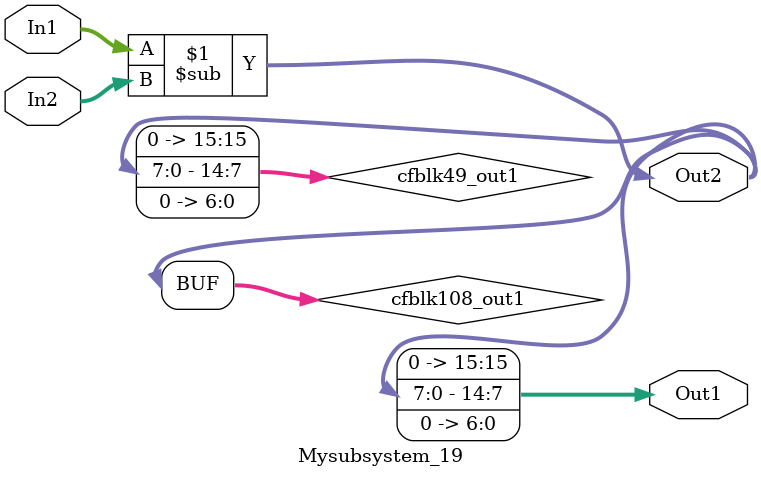
<source format=v>



`timescale 1 ns / 1 ns

module Mysubsystem_19
          (In1,
           In2,
           Out1,
           Out2);


  input   [7:0] In1;  // uint8
  input   [7:0] In2;  // uint8
  output  [15:0] Out1;  // ufix16_En7
  output  [7:0] Out2;  // uint8


  wire [7:0] cfblk108_out1;  // uint8
  wire [15:0] cfblk49_out1;  // ufix16_En7


  assign cfblk108_out1 = In1 - In2;



  assign cfblk49_out1 = {1'b0, {cfblk108_out1, 7'b0000000}};



  assign Out1 = cfblk49_out1;

  assign Out2 = cfblk108_out1;

endmodule  // Mysubsystem_19


</source>
